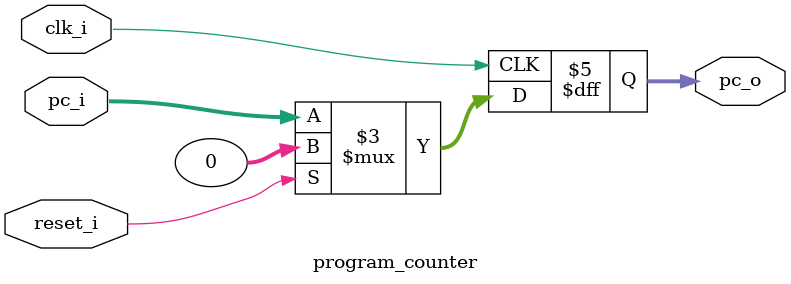
<source format=sv>
`timescale 1ns / 1ps


module program_counter(
    input logic         clk_i,
    input logic         reset_i,
    
    input logic  [31:0] pc_i,
    output logic [31:0] pc_o
    );
    
    always_ff @(posedge clk_i) begin
        if(reset_i)begin
            pc_o <= 32'b0;
        end
        else begin
            pc_o <= pc_i;
        end
    end
    
endmodule

</source>
